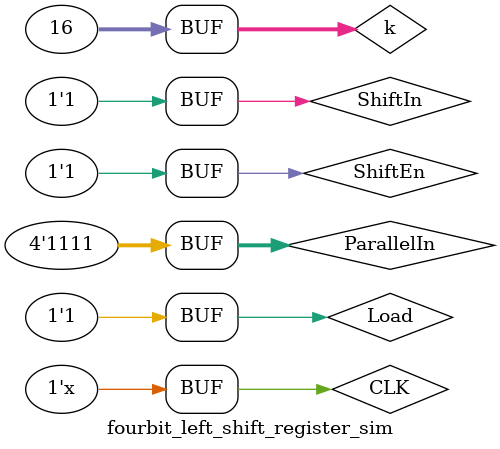
<source format=v>
`timescale 1ns / 1ps

module fourbit_left_shift_register_sim;

reg CLK;
reg [3:0] ParallelIn;
reg Load;
reg ShiftEn;
reg ShiftIn;
wire [3:0] RegContent;
wire ShiftOut;
integer k;
    
fourbit_left_shift_register ttul(.CLK(CLK), .ParallelIn(ParallelIn), .Load(Load), .ShiftEn(ShiftEn), .ShiftIn(ShiftIn), .RegContent(RegContent), .ShiftOut(ShiftOut));
    
always #1 CLK = !CLK;
    
initial
    begin
    CLK = 0; Load = 0; ShiftEn = 0; ShiftIn = 0;
    for(k = 0; k < 16; k = k+1)
            #2 ParallelIn = k;
    #4
    
    CLK = 0; Load = 0; ShiftEn = 0; ShiftIn = 1;
    for(k = 0; k < 16; k = k+1)
            #2 ParallelIn = k;
    #4;
            
    CLK = 0; Load = 0; ShiftEn = 1; ShiftIn = 0;
    for(k = 0; k < 16; k = k+1)
            #2 ParallelIn = k;
    #4;
            
    CLK = 0; Load = 0; ShiftEn = 1; ShiftIn = 1;
    for(k = 0; k < 16; k = k+1)
            #2 ParallelIn = k;
    #4;
            
    CLK = 0; Load = 1; ShiftEn = 0; ShiftIn = 0;
    for(k = 0; k < 16; k = k+1)
            #2 ParallelIn = k;
    #4;
    
    CLK = 0; Load = 1; ShiftEn = 0; ShiftIn = 1;
    for(k = 0; k < 16; k = k+1)
            #2 ParallelIn = k;
    #4;
    
    CLK = 0; Load = 1; ShiftEn = 1; ShiftIn = 0;
    for(k = 0; k < 16; k = k+1)
            #2 ParallelIn = k;
    #4;
    
    CLK = 0; Load = 1; ShiftEn = 1; ShiftIn = 1;
    for(k = 0; k < 16; k = k+1)
            #2 ParallelIn = k;
    #4;
    end

endmodule

</source>
